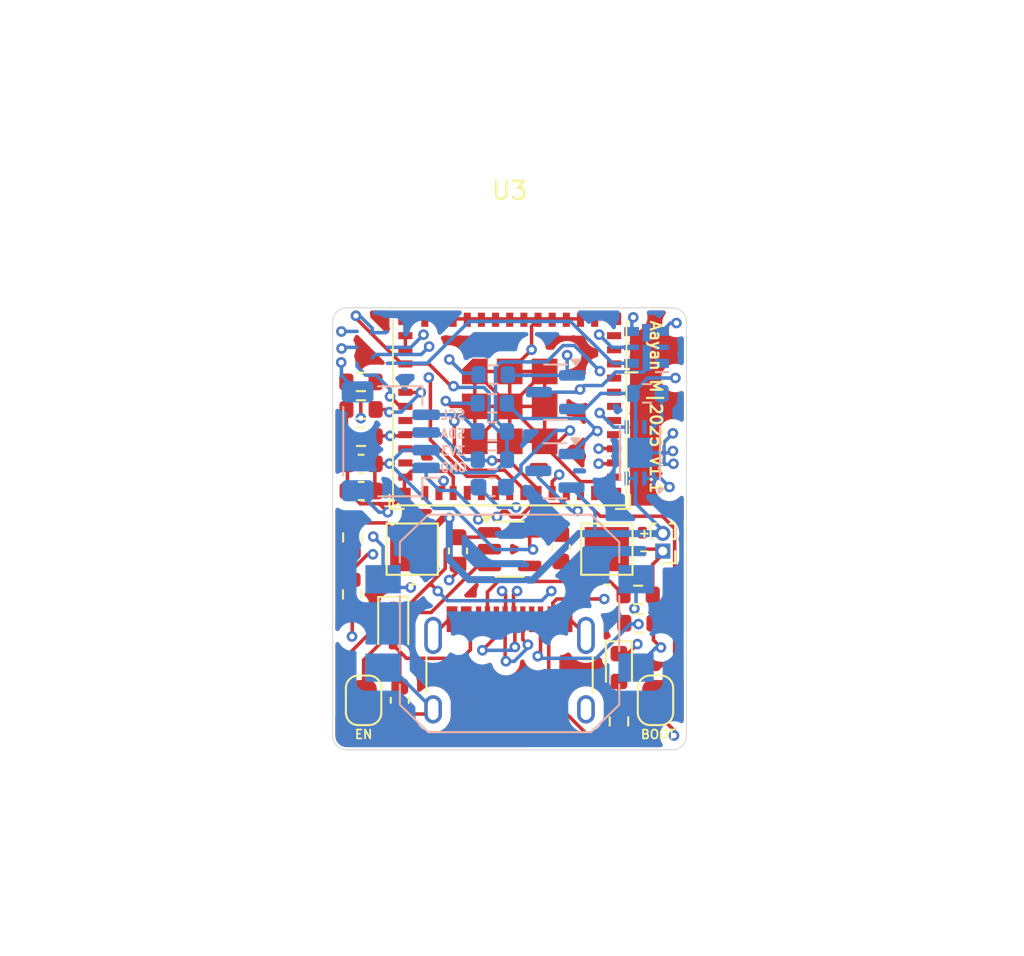
<source format=kicad_pcb>
(kicad_pcb (version 20240108) (generator "pcbnew") (generator_version "8.0")
  (layers (0 "F.Cu" signal) (1 "In1.Cu" signal) (2 "In2.Cu" signal) (31 "B.Cu" signal) (34 "B.Paste" user) (35 "F.Paste" user) (36 "B.SilkS" user "B.Silkscreen") (37 "F.SilkS" user "F.Silkscreen") (38 "B.Mask" user) (39 "F.Mask" user) (44 "Edge.Cuts" user))
  (net 0 "")
  (net 1 "GND")
  (net 2 "/USB")
  (net 3 "/VBUS")
  (net 4 "+3.3V")
  (net 5 "Net-(D3-K)")
  (net 6 "Net-(D3-A)")
  (net 7 "Net-(D4-CKO)")
  (net 8 "Net-(D4-SDO)")
  (net 9 "/SDI")
  (net 10 "/CKI")
  (net 13 "/IO1")
  (net 14 "/IO7")
  (net 15 "/D+")
  (net 16 "/D-")
  (net 17 "Net-(J1-CC2)")
  (net 20 "Net-(J1-CC1)")
  (net 21 "/IO9")
  (net 22 "/VBAT")
  (net 23 "Net-(U1-PROG)")
  (net 30 "Net-(U3-GPIO8)")
  (net 45 "/EN")
  (net 46 "Net-(U3-GPIO2{slash}ADC1_CH2)")
  (net 47 "/SCL")
  (net 48 "/SDA")
  (net 49 "/LDO_EN")
  (net 50 "Net-(D4-GND)")
  (footprint "Capacitor_SMD:C_0603_1608Metric" (layer "F.Cu") (at 182.1 83.9 -90)
    (property "Reference" "C2" (hide yes))
    (property "Value" "1u")
  )
  (footprint "Capacitor_SMD:C_0603_1608Metric" (layer "F.Cu") (at 187.91 83.72 -90)
    (property "Reference" "C3" (hide yes))
    (property "Value" "1u")
  )
  (footprint "Resistor_SMD:R_0603_1608Metric" (layer "F.Cu") (at 192.285 86.39 180)
    (property "Reference" "R2" (hide yes))
    (property "Value" "5.1K")
  )
  (footprint "Espressif:ESP32-C3-MINI-1" (layer "F.Cu") (at 185.025 73.025)
    (property "Reference" "U3")
    (property "Value" "ESP32-C3-MINI-1" (hide yes))
  )
  (footprint "Resistor_SMD:R_0603_1608Metric" (layer "F.Cu") (at 176.13 83.14 -90)
    (property "Reference" "R4" (hide yes))
    (property "Value" "91.66K")
  )
  (footprint "Resistor_SMD:R_0603_1608Metric" (layer "F.Cu") (at 176.62 75.9)
    (property "Reference" "R3" (hide yes))
    (property "Value" "10K")
  )
  (footprint "Resistor_SMD:R_0603_1608Metric" (layer "F.Cu") (at 191.2 93.545 -90)
    (property "Reference" "R8" (hide yes))
    (property "Value" "2K")
  )
  (footprint "Jumper:SolderJumper-2_P1.3mm_Open_RoundedPad1.0x1.5mm" (layer "F.Cu") (at 176.765 92.35 -90)
    (property "Reference" "JP2" (hide yes))
    (property "Value" "SolderJumper_2_Bridged")
  )
  (footprint "Resistor_SMD:R_0603_1608Metric" (layer "F.Cu") (at 192.325 87.99 180)
    (property "Reference" "R1" (hide yes))
    (property "Value" "5.1K")
  )
  (footprint "TestPoint:TestPoint_Pad_2.5x2.5mm" (layer "F.Cu") (at 190.515 83.8)
    (property "Reference" "TP2" (hide yes))
    (property "Value" "Bat-" (hide yes))
  )
  (footprint "Package_TO_SOT_SMD:SOT-23-5" (layer "F.Cu") (at 185.015 83.8)
    (property "Reference" "U2" (hide yes))
    (property "Value" "TLV75533PDBV" (hide yes))
  )
  (footprint "Capacitor_SMD:C_0603_1608Metric" (layer "F.Cu") (at 176.63 80.51 180)
    (property "Reference" "C5" (hide yes))
    (property "Value" "10u")
  )
  (footprint "LED_SMD:LED_0603_1608Metric" (layer "F.Cu") (at 191.2 90.4975 -90)
    (property "Reference" "D3" (hide yes))
    (property "Value" "LED-red")
  )
  (footprint "Resistor_SMD:R_0603_1608Metric" (layer "F.Cu") (at 176.12 86.36 -90)
    (property "Reference" "R5" (hide yes))
    (property "Value" "82.42K")
  )
  (footprint "Jumper:SolderJumper-2_P1.3mm_Open_RoundedPad1.0x1.5mm" (layer "F.Cu") (at 193.265 92.35 -90)
    (property "Reference" "JP1" (hide yes))
    (property "Value" "SolderJumper_2_Open" (hide yes))
  )
  (footprint "Diode_SMD:D_SOD-323F" (layer "F.Cu") (at 178.44 88.1225 -90)
    (property "Reference" "D8" (hide yes))
    (property "Value" "PMEG6010CEJ")
  )
  (footprint "Connector_PinHeader_1.00mm:PinHeader_1x02_P1.00mm_Vertical" (layer "F.Cu") (at 193.68 83.91 180)
    (property "Reference" "J2" (hide yes))
    (property "Value" "BAT#2" (hide yes))
  )
  (footprint "Capacitor_SMD:C_0603_1608Metric" (layer "F.Cu") (at 178.81 92.35 90)
    (property "Reference" "C1" (hide yes))
    (property "Value" "10u")
  )
  (footprint "Resistor_SMD:R_0603_1608Metric" (layer "F.Cu") (at 176.62 77.44 180)
    (property "Reference" "R10" (hide yes))
    (property "Value" "10K")
  )
  (footprint "Connector_USB:USB_C_Receptacle_HRO_TYPE-C-31-M-12" (layer "F.Cu") (at 185.015 91.81)
    (property "Reference" "J1" (hide yes))
    (property "Value" "USB_C_Receptacle_USB2.0_16P")
  )
  (footprint "Capacitor_SMD:C_0603_1608Metric" (layer "F.Cu") (at 176.625 78.97 180)
    (property "Reference" "C4" (hide yes))
    (property "Value" "0.1u")
  )
  (footprint "Resistor_SMD:R_0603_1608Metric" (layer "F.Cu") (at 176.615 74.34)
    (property "Reference" "R11" (hide yes))
    (property "Value" "10K")
  )
  (footprint "LED_SMD:LED-APA102-2020" (layer "F.Cu") (at 192.75 72.4)
    (property "Reference" "D4" (hide yes))
    (property "Value" "APA102-2020" (hide yes))
  )
  (footprint "TestPoint:TestPoint_Pad_2.5x2.5mm" (layer "F.Cu") (at 179.515 83.8)
    (property "Reference" "TP1" (hide yes))
    (property "Value" "Bat+" (hide yes))
  )
  (footprint "LED_SMD:LED-APA102-2020" (layer "B.Cu") (at 192.781 72.384 180)
    (property "Reference" "D5" (hide yes))
    (property "Value" "APA102-2020")
  )
  (footprint "Resistor_SMD:R_0603_1608Metric" (layer "B.Cu") (at 184.09 73.93 180)
    (property "Reference" "R9" (hide yes))
    (property "Value" "10K")
  )
  (footprint "Connector_JST:JST_SH_SM04B-SRSS-TB_1x04-1MP_P1.00mm_Horizontal" (layer "B.Cu") (at 178.3 77.7 90)
    (property "Reference" "J3" (hide yes))
    (property "Value" "QUIIC")
  )
  (footprint "Package_TO_SOT_SMD:SOT-23" (layer "B.Cu") (at 187.6125 74.92 180)
    (property "Reference" "Q2" (hide yes))
    (property "Value" "BSS138")
  )
  (footprint "Capacitor_SMD:C_0603_1608Metric" (layer "B.Cu") (at 184.035 80.29 180)
    (property "Reference" "C6" (hide yes))
    (property "Value" "0.1u")
  )
  (footprint "Button_Switch_SMD:SW_Push_1P1T_NO_CK_PTS125Sx43PSMTR" (layer "B.Cu") (at 185.015 88 180)
    (property "Reference" "SW1" (hide yes))
    (property "Value" "SW_Push")
  )
  (footprint "Resistor_SMD:R_0603_1608Metric" (layer "B.Cu") (at 184.04 77.14 180)
    (property "Reference" "R14" (hide yes))
    (property "Value" "10K")
  )
  (footprint "Package_TO_SOT_SMD:SOT-23" (layer "B.Cu") (at 187.58 79.37 180)
    (property "Reference" "Q1" (hide yes))
    (property "Value" "AO3401A" (hide yes))
  )
  (footprint "Package_DFN_QFN:DFN-8-1EP_3x2mm_P0.5mm_EP1.7x1.4mm" (layer "B.Cu") (at 192.3875 78.35 90)
    (property "Reference" "U1" (hide yes))
    (property "Value" "MCP73831-2-MC" (hide yes))
  )
  (footprint "Resistor_SMD:R_0603_1608Metric" (layer "B.Cu") (at 192.785 74.99 180)
    (property "Reference" "R7" (hide yes))
    (property "Value" "3.3K")
  )
  (footprint "Resistor_SMD:R_0603_1608Metric" (layer "B.Cu") (at 184.045 78.74 180)
    (property "Reference" "R15" (hide yes))
    (property "Value" "10K")
  )
  (footprint "Resistor_SMD:R_0603_1608Metric" (layer "B.Cu") (at 184.04 75.55)
    (property "Reference" "R6" (hide yes))
    (property "Value" "100K")
  )
  (gr_line (start 175.815 70.15) (end 194.215 70.15) (stroke (width 0.05)) (layer "Edge.Cuts"))
  (gr_line (start 195.015 70.95) (end 195.015 94.35) (stroke (width 0.05)) (layer "Edge.Cuts"))
  (gr_line (start 175.015 94.35) (end 175.015 70.95) (stroke (width 0.05)) (layer "Edge.Cuts"))
  (gr_arc (start 195.015 94.35) (mid 194.780685 94.915685) (end 194.215 95.15) (stroke (width 0.05)) (layer "Edge.Cuts"))
  (gr_line (start 194.215 95.15) (end 175.815 95.15) (stroke (width 0.05)) (layer "Edge.Cuts"))
  (gr_arc (start 175.015 70.95) (mid 175.249315 70.384315) (end 175.815 70.15) (stroke (width 0.05)) (layer "Edge.Cuts"))
  (gr_arc (start 194.215 70.15) (mid 194.780685 70.384315) (end 195.015 70.95) (stroke (width 0.05)) (layer "Edge.Cuts"))
  (gr_arc (start 175.815 95.15) (mid 175.249315 94.915685) (end 175.015 94.35) (stroke (width 0.05)) (layer "Edge.Cuts"))
  (gr_text "SCL" (at 182.58 76.5 0) (layer "B.SilkS") (effects (font (size 0.5 0.5) (thickness 0.1) (bold yes)) (justify left bottom mirror)))
  (gr_text "GND" (at 182.68 79.48 0) (layer "B.SilkS") (effects (font (size 0.5 0.5) (thickness 0.1) (bold yes)) (justify left bottom mirror)))
  (gr_text "SDA" (at 182.58 77.56 0) (layer "B.SilkS") (effects (font (size 0.5 0.5) (thickness 0.1) (bold yes)) (justify left bottom mirror)))
  (gr_text "3V3" (at 182.58 78.54 0) (layer "B.SilkS") (effects (font (size 0.5 0.5) (thickness 0.1) (bold yes)) (justify left bottom mirror)))
  (gr_text "Aayan M|2025 V1.1" (at 192.91 70.8 270) (layer "F.SilkS") (effects (font (size 0.65 0.65) (thickness 0.125) (bold yes)) (justify left bottom)))
  (gr_text "+" (at 192.26 83.18 0) (layer "F.SilkS") (effects (font (size 0.5 0.5) (thickness 0.1) (bold yes)) (justify left bottom)))
  (gr_text "EN" (at 176.21 94.57 0) (layer "F.SilkS") (effects (font (size 0.5 0.5) (thickness 0.1) (bold yes)) (justify left bottom)))
  (gr_text "+" (at 179.16 86.05 0) (layer "F.SilkS") (effects (font (size 0.5 0.5) (thickness 0.1) (bold yes)) (justify left bottom)))
  (gr_text "-" (at 190.165 86.05 0) (layer "F.SilkS") (effects (font (size 0.5 0.5) (thickness 0.1) (bold yes)) (justify left bottom)))
  (gr_text "-" (at 192.26 84.18 0) (layer "F.SilkS") (effects (font (size 0.5 0.5) (thickness 0.1) (bold yes)) (justify left bottom)))
  (gr_text "BOOT" (at 192.38 94.57 0) (layer "F.SilkS") (effects (font (size 0.5 0.5) (thickness 0.1) (bold yes)) (justify left bottom)))
  (segment (start 182.1 85.050166) (end 181.600083 85.550083) (width 0.2) (layer "F.Cu") (net 1))
  (segment (start 190.515 83.8) (end 193.73 83.8) (width 0.2) (layer "F.Cu") (net 1))
  (segment (start 182.1 84.675) (end 182.975 83.8) (width 0.2) (layer "F.Cu") (net 1))
  (segment (start 177.65 81.23) (end 178.13 81.71) (width 0.2) (layer "F.Cu") (net 1))
  (segment (start 179.075 79.775) (end 179.125 79.725) (width 0.2) (layer "F.Cu") (net 1))
  (segment (start 178.52 81.23) (end 179.075 80.675) (width 0.2) (layer "F.Cu") (net 1))
  (segment (start 185.03 73.75) (end 186.26 72.52) (width 0.2) (layer "F.Cu") (net 1))
  (segment (start 190.975 70.775) (end 179.075 70.775) (width 0.2) (layer "F.Cu") (net 1))
  (segment (start 182.29 73.75) (end 181.61 73.07) (width 0.2) (layer "F.Cu") (net 1))
  (segment (start 194.31 94.34) (end 194.31 94.045) (width 0.2) (layer "F.Cu") (net 1))
  (segment (start 175.85 80.505) (end 175.855 80.51) (width 0.2) (layer "F.Cu") (net 1))
  (segment (start 178.81 93.125) (end 180.43 93.125) (width 0.2) (layer "F.Cu") (net 1))
  (segment (start 179.458351 79.391649) (end 179.125 79.725) (width 0.2) (layer "F.Cu") (net 1))
  (segment (start 193.11 86.39) (end 193.11 84.66) (width 0.2) (layer "F.Cu") (net 1))
  (segment (start 189.02 79.98) (end 188.09 79.05) (width 0.2) (layer "F.Cu") (net 1))
  (segment (start 176.12 87.185) (end 176.12 88.73) (width 0.2) (layer "F.Cu") (net 1))
  (segment (start 182.975 83.8) (end 183.8775 83.8) (width 0.2) (layer "F.Cu") (net 1))
  (segment (start 193.15 87.99) (end 193.15 88.94) (width 0.2) (layer "F.Cu") (net 1))
  (segment (start 187 77.7) (end 187 77.96) (width 0.2) (layer "F.Cu") (net 1))
  (segment (start 187.82 77.7) (end 188.43 77.09) (width 0.2) (layer "F.Cu") (net 1))
  (segment (start 181.715 75.725) (end 181.41 75.42) (width 0.2) (layer "F.Cu") (net 1))
  (segment (start 183.05 73.75) (end 187 73.75) (width 0.2) (layer "F.Cu") (net 1))
  (segment (start 181.831061 80.618939) (end 181.831061 79.710902) (width 0.2) (layer "F.Cu") (net 1))
  (segment (start 181.61 87.765) (end 180.695 88.68) (width 0.2) (layer "F.Cu") (net 1))
  (segment (start 187 77.7) (end 183.05 77.7) (width 0.2) (layer "F.Cu") (net 1))
  (segment (start 179.075 80.675) (end 179.075 79.775) (width 0.2) (layer "F.Cu") (net 1))
  (segment (start 193.15 88.94) (end 193.57 89.36) (width 0.2) (layer "F.Cu") (net 1))
  (segment (start 182.1 84.675) (end 182.1 85.050166) (width 0.2) (layer "F.Cu") (net 1))
  (segment (start 187 73.75) (end 187 77.7) (width 0.2) (layer "F.Cu") (net 1))
  (segment (start 188.42 87.765) (end 189.335 88.68) (width 0.2) (layer "F.Cu") (net 1))
  (segment (start 181.511808 79.391649) (end 179.458351 79.391649) (width 0.2) (layer "F.Cu") (net 1))
  (segment (start 185.025 73.75) (end 185.03 73.75) (width 0.2) (layer "F.Cu") (net 1))
  (segment (start 181.831061 79.710902) (end 181.511808 79.391649) (width 0.2) (layer "F.Cu") (net 1))
  (segment (start 183.05 73.75) (end 187 77.7) (width 0.2) (layer "F.Cu") (net 1))
  (segment (start 180.43 93.125) (end 180.695 92.86) (width 0.2) (layer "F.Cu") (net 1))
  (segment (start 181.765 87.765) (end 181.61 87.765) (width 0.2) (layer "F.Cu") (net 1))
  (segment (start 187 77.96) (end 188.09 79.05) (width 0.2) (layer "F.Cu") (net 1))
  (segment (start 193.73 83.8) (end 193.85 83.92) (width 0.2) (layer "F.Cu") (net 1))
  (segment (start 193.15 87.99) (end 193.15 86.43) (width 0.2) (layer "F.Cu") (net 1))
  (segment (start 176.12 88.73) (end 176.11 88.74) (width 0.2) (layer "F.Cu") (net 1))
  (segment (start 190.27 79.98) (end 189.02 79.98) (width 0.2) (layer "F.Cu") (net 1))
  (segment (start 176.575 81.23) (end 177.61 81.23) (width 0.2) (layer "F.Cu") (net 1))
  (segment (start 193.15 86.43) (end 193.11 86.39) (width 0.2) (layer "F.Cu") (net 1))
  (segment (start 190.28 79.99) (end 190.27 79.98) (width 0.2) (layer "F.Cu") (net 1))
  (segment (start 186.26 71.19) (end 186.625 70.825) (width 0.2) (layer "F.Cu") (net 1))
  (segment (start 183.05 75.725) (end 187 75.725) (width 0.2) (layer "F.Cu") (net 1))
  (segment (start 179.125 72.525) (end 179.125 70.825) (width 0.2) (layer "F.Cu") (net 1))
  (segment (start 186.26 72.52) (end 186.26 71.19) (width 0.2) (layer "F.Cu") (net 1))
  (segment (start 175.85 78.97) (end 175.85 80.505) (width 0.2) (layer "F.Cu") (net 1))
  (segment (start 183.05 77.7) (end 183.05 73.75) (width 0.2) (layer "F.Cu") (net 1))
  (segment (start 177.61 81.23) (end 178.52 81.23) (width 0.2) (layer "F.Cu") (net 1))
  (segment (start 177.61 81.23) (end 177.65 81.23) (width 0.2) (layer "F.Cu") (net 1))
  (segment (start 187.91 84.495) (end 189.82 84.495) (width 0.2) (layer "F.Cu") (net 1))
  (segment (start 181.825 80.625) (end 181.831061 80.618939) (width 0.2) (layer "F.Cu") (net 1))
  (segment (start 183.05 73.75) (end 182.29 73.75) (width 0.2) (layer "F.Cu") (net 1))
  (segment (start 179.125 70.825) (end 179.075 70.775) (width 0.2) (layer "F.Cu") (net 1))
  (segment (start 190.28 80.53) (end 190.28 79.99) (width 0.2) (layer "F.Cu") (net 1))
  (segment (start 187 73.75) (end 183.05 77.7) (width 0.2) (layer "F.Cu") (net 1))
  (segment (start 188.265 87.765) (end 188.42 87.765) (width 0.2) (layer "F.Cu") (net 1))
  (segment (start 187 77.7) (end 187.82 77.7) (width 0.2) (layer "F.Cu") (net 1))
  (segment (start 185.025 73.75) (end 185.025 77.7) (width 0.2) (layer "F.Cu") (net 1))
  (segment (start 189.82 84.495) (end 190.515 83.8) (width 0.2) (layer "F.Cu") (net 1))
  (segment (start 194.31 94.045) (end 193.265 93) (width 0.2) (layer "F.Cu") (net 1))
  (segment (start 193.11 84.66) (end 193.85 83.92) (width 0.2) (layer "F.Cu") (net 1))
  (segment (start 175.855 80.51) (end 176.575 81.23) (width 0.2) (layer "F.Cu") (net 1))
  (segment (start 190.425 80.675) (end 190.28 80.53) (width 0.2) (layer "F.Cu") (net 1))
  (segment (start 183.05 75.725) (end 181.715 75.725) (width 0.2) (layer "F.Cu") (net 1))
  (segment (start 190.975 80.675) (end 190.425 80.675) (width 0.2) (layer "F.Cu") (net 1))
  (via (at 176.11 88.74) (size 0.6) (drill 0.3) (layers "F.Cu" "B.Cu") (net 1))
  (via (at 186.26 72.52) (size 0.6) (drill 0.3) (layers "F.Cu" "B.Cu") (net 1))
  (via (at 193.57 89.36) (size 0.6) (drill 0.3) (layers "F.Cu" "B.Cu") (net 1))
  (via (at 181.41 75.42) (size 0.6) (drill 0.3) (layers "F.Cu" "B.Cu") (net 1))
  (via (at 194.25 77.25) (size 0.6) (drill 0.3) (layers "F.Cu" "B.Cu") (net 1))
  (via (at 194.25 78.25) (size 0.6) (drill 0.3) (layers "F.Cu" "B.Cu") (net 1))
  (via (at 181.61 73.07) (size 0.6) (drill 0.3) (layers "F.Cu" "B.Cu") (net 1))
  (via (at 181.600083 85.550083) (size 0.6) (drill 0.3) (layers "F.Cu" "B.Cu") (net 1))
  (via (at 194.280747 78.969253) (size 0.6) (drill 0.3) (layers "F.Cu" "B.Cu") (net 1))
  (via (at 178.13 81.71) (size 0.6) (drill 0.3) (layers "F.Cu" "B.Cu") (net 1))
  (via (at 175.5 73.24) (size 0.6) (drill 0.3) (layers "F.Cu" "B.Cu") (net 1))
  (via (at 194.31 94.34) (size 0.6) (drill 0.3) (layers "F.Cu" "B.Cu") (net 1))
  (via (at 188.43 77.09) (size 0.6) (drill 0.3) (layers "F.Cu" "B.Cu") (net 1))
  (via (at 183.245853 82.117043) (size 0.6) (drill 0.3) (layers "F.Cu" "B.Cu") (net 1))
  (via (at 194.39 74.12) (size 0.6) (drill 0.3) (layers "F.Cu" "B.Cu") (net 1))
  (segment (start 188.55 75.87) (end 189.287499 75.87) (width 0.2) (layer "B.Cu") (net 1))
  (segment (start 192.9875 77.75) (end 192.3875 78.35) (width 0.2) (layer "B.Cu") (net 1))
  (segment (start 193.75 79) (end 193.75 78.35) (width 0.2) (layer "B.Cu") (net 1))
  (segment (start 176.425 80.5) (end 177.635 81.71) (width 0.2) (layer "B.Cu") (net 1))
  (segment (start 185.66 79.052228) (end 187.622228 77.09) (width 0.2) (layer "B.Cu") (net 1))
  (segment (start 193.75 78.35) (end 194.15 78.35) (width 0.2) (layer "B.Cu") (net 1))
  (segment (start 183.245853 81.815853) (end 183.245853 82.117043) (width 0.2) (layer "B.Cu") (net 1))
  (segment (start 180.3 79.721335) (end 181.060314 80.481649) (width 0.2) (layer "B.Cu") (net 1))
  (segment (start 184.81 80.29) (end 185.66 79.44) (width 0.2) (layer "B.Cu") (net 1))
  (segment (start 177.635 81.71) (end 178.13 81.71) (width 0.2) (layer "B.Cu") (net 1))
  (segment (start 193.75 77.75) (end 194.25 77.25) (width 0.2) (layer "B.Cu") (net 1))
  (segment (start 185.66 79.44) (end 185.66 79.052228) (width 0.2) (layer "B.Cu") (net 1))
  (segment (start 192.3875 78.35) (end 193.75 78.35) (width 0.2) (layer "B.Cu") (net 1))
  (segment (start 177.865 90.5) (end 178.335 90.5) (width 0.2) (layer "B.Cu") (net 1))
  (segment (start 181.868351 80.481649) (end 181.89 80.46) (width 0.2) (layer "B.Cu") (net 1))
  (segment (start 189.287499 75.87) (end 190.167499 74.99) (width 0.2) (layer "B.Cu") (net 1))
  (segment (start 193.57 89.36) (end 193.305 89.36) (width 0.2) (layer "B.Cu") (net 1))
  (segment (start 192.1375 75.1675) (end 191.96 74.99) (width 0.2) (layer "B.Cu") (net 1))
  (segment (start 190.167499 74.99) (end 191.96 74.99) (width 0.2) (layer "B.Cu") (net 1))
  (segment (start 176.425 74.9) (end 175.51 73.985) (width 0.2) (layer "B.Cu") (net 1))
  (segment (start 181.54 75.55) (end 181.41 75.42) (width 0.2) (layer "B.Cu") (net 1))
  (segment (start 178.335 90.5) (end 180.695 92.86) (width 0.2) (layer "B.Cu") (net 1))
  (segment (start 194.15 78.35) (end 194.25 78.25) (width 0.2) (layer "B.Cu") (net 1))
  (segment (start 192.83 74.12) (end 194.39 74.12) (width 0.2) (layer "B.Cu") (net 1))
  (segment (start 192.1375 78.1) (end 192.1375 76.9) (width 0.2) (layer "B.Cu") (net 1))
  (segment (start 193.75 77.75) (end 192.9875 77.75) (width 0.2) (layer "B.Cu") (net 1))
  (segment (start 181.060314 80.481649) (end 181.868351 80.481649) (width 0.2) (layer "B.Cu") (net 1))
  (segment (start 193.75 77.75) (end 193.75 78.35) (width 0.2) (layer "B.Cu") (net 1))
  (segment (start 194.25 79) (end 194.280747 78.969253) (width 0.2) (layer "B.Cu") (net 1))
  (segment (start 193.0375 79) (end 193.75 79) (width 0.2) (layer "B.Cu") (net 1))
  (segment (start 175.51 73.985) (end 175.51 73.25) (width 0.2) (layer "B.Cu") (net 1))
  (segment (start 192.3875 78.35) (end 192.1375 78.1) (width 0.2) (layer "B.Cu") (net 1))
  (segment (start 193.305 89.36) (end 192.165 90.5) (width 0.2) (layer "B.Cu") (net 1))
  (segment (start 193.75 79) (end 194.25 79) (width 0.2) (layer "B.Cu") (net 1))
  (segment (start 192.3875 78.35) (end 193.0375 79) (width 0.2) (layer "B.Cu") (net 1))
  (segment (start 180.3 79.2) (end 180.3 79.721335) (width 0.2) (layer "B.Cu") (net 1))
  (segment (start 183.215 75.55) (end 181.54 75.55) (width 0.2) (layer "B.Cu") (net 1))
  (segment (start 181.89 80.46) (end 183.245853 81.815853) (width 0.2) (layer "B.Cu") (net 1))
  (segment (start 191.96 74.99) (end 192.83 74.12) (width 0.2) (layer "B.Cu") (net 1))
  (segment (start 192.1375 76.9) (end 192.1375 75.1675) (width 0.2) (layer "B.Cu") (net 1))
  (segment (start 175.51 73.25) (end 175.5 73.24) (width 0.2) (layer "B.Cu") (net 1))
  (segment (start 187.622228 77.09) (end 188.43 77.09) (width 0.2) (layer "B.Cu") (net 1))
  (segment (start 182.39 73.85) (end 181.61 73.07) (width 0.2) (layer "B.Cu") (net 1))
  (segment (start 183.17 73.85) (end 182.39 73.85) (width 0.2) (layer "B.Cu") (net 1))
  (segment (start 187.23 92.108589) (end 186.861089 92.4775) (width 0.2) (layer "F.Cu") (net 2))
  (segment (start 189.491411 94.37) (end 191.2 94.37) (width 0.2) (layer "F.Cu") (net 2))
  (segment (start 187.465 87.765) (end 187.23 88) (width 0.2) (layer "F.Cu") (net 2))
  (segment (start 179.1925 89.975) (end 182.315 89.975) (width 0.2) (layer "F.Cu") (net 2))
  (segment (start 187.465 87.765) (end 187.465 86.84) (width 0.2) (layer "F.Cu") (net 2))
  (segment (start 184.6925 92.4775) (end 186.585 94.37) (width 0.2) (layer "F.Cu") (net 2))
  (segment (start 182.19 89.975) (end 184.6925 92.4775) (width 0.2) (layer "F.Cu") (net 2))
  (segment (start 187.686123 86.618877) (end 190.37 86.618877) (width 0.2) (layer "F.Cu") (net 2))
  (segment (start 182.19 89.975) (end 182.315 89.975) (width 0.2) (layer "F.Cu") (net 2))
  (segment (start 186.585 94.37) (end 191.2 94.37) (width 0.2) (layer "F.Cu") (net 2))
  (segment (start 178.81 91.575) (end 178.81 89.71) (width 0.2) (layer "F.Cu") (net 2))
  (segment (start 187.23 92.108589) (end 189.491411 94.37) (width 0.2) (layer "F.Cu") (net 2))
  (segment (start 178.81 89.71) (end 178.86875 89.65125) (width 0.2) (layer "F.Cu") (net 2))
  (segment (start 182.8 89.49) (end 182.8 88) (width 0.2) (layer "F.Cu") (net 2))
  (segment (start 178.86875 89.65125) (end 179.1925 89.975) (width 0.2) (layer "F.Cu") (net 2))
  (segment (start 182.8 88) (end 182.565 87.765) (width 0.2) (layer "F.Cu") (net 2))
  (segment (start 186.861089 92.4775) (end 184.6925 92.4775) (width 0.2) (layer "F.Cu") (net 2))
  (segment (start 182.315 89.975) (end 182.8 89.49) (width 0.2) (layer "F.Cu") (net 2))
  (segment (start 187.465 86.84) (end 187.686123 86.618877) (width 0.2) (layer "F.Cu") (net 2))
  (segment (start 178.44 89.2225) (end 178.86875 89.65125) (width 0.2) (layer "F.Cu") (net 2))
  (segment (start 187.23 88) (end 187.23 92.108589) (width 0.2) (layer "F.Cu") (net 2))
  (via (at 190.37 86.618877) (size 0.6) (drill 0.3) (layers "F.Cu" "B.Cu") (net 2))
  (via (at 194.055 80.285) (size 0.6) (drill 0.3) (layers "F.Cu" "B.Cu") (net 2))
  (via (at 189.98 77.12) (size 0.6) (drill 0.3) (layers "F.Cu" "B.Cu") (net 2))
  (segment (start 189.275 76.415) (end 189.98 77.12) (width 0.2) (layer "B.Cu") (net 2))
  (segment (start 184.865 75.55) (end 185.73 76.415) (width 0.2) (layer "B.Cu") (net 2))
  (segment (start 189.8175 77.12) (end 189.98 77.12) (width 0.2) (layer "B.Cu") (net 2))
  (segment (start 192.6375 79.8) (end 193.57 79.8) (width 0.2) (layer "B.Cu") (net 2))
  (segment (start 193.57 79.8) (end 194.055 80.285) (width 0.2) (layer "B.Cu") (net 2))
  (segment (start 188.5175 78.42) (end 189.8175 77.12) (width 0.2) (layer "B.Cu") (net 2))
  (segment (start 185.73 76.415) (end 189.275 76.415) (width 0.2) (layer "B.Cu") (net 2))
  (segment (start 175.765 92.755) (end 175.765 89.895) (width 0.2) (layer "F.Cu") (net 3))
  (segment (start 178.44 87.0225) (end 179.258247 87.0225) (width 0.2) (layer "F.Cu") (net 3))
  (segment (start 178.44 87.22) (end 178.44 87.0225) (width 0.2) (layer "F.Cu") (net 3))
  (segment (start 176.01 93) (end 175.765 92.755) (width 0.2) (layer "F.Cu") (net 3))
  (segment (start 180.450373 85.830373) (end 180.620373 85.830373) (width 0.2) (layer "F.Cu") (net 3))
  (segment (start 180.450373 85.830373) (end 181.38 84.900747) (width 0.2) (layer "F.Cu") (net 3))
  (segment (start 181.38 83.845) (end 182.1 83.125) (width 0.2) (layer "F.Cu") (net 3))
  (segment (start 180.620373 85.830373) (end 180.96 86.17) (width 0.2) (layer "F.Cu") (net 3))
  (segment (start 175.765 89.895) (end 178.44 87.22) (width 0.2) (layer "F.Cu") (net 3))
  (segment (start 183.6025 83.125) (end 183.8775 82.85) (width 0.2) (layer "F.Cu") (net 3))
  (segment (start 182.1 83.125) (end 183.6025 83.125) (width 0.2) (layer "F.Cu") (net 3))
  (segment (start 179.258247 87.0225) (end 180.450373 85.830373) (width 0.2) (layer "F.Cu") (net 3))
  (segment (start 181.38 84.900747) (end 181.38 83.845) (width 0.2) (layer "F.Cu") (net 3))
  (segment (start 176.765 93) (end 176.01 93) (width 0.2) (layer "F.Cu") (net 3))
  (via (at 180.96 86.17) (size 0.6) (drill 0.3) (layers "F.Cu" "B.Cu") (net 3))
  (via (at 188.87 81.63) (size 0.6) (drill 0.3) (layers "F.Cu" "B.Cu") (net 3))
  (via (at 187.376463 86.170394) (size 0.6) (drill 0.3) (layers "F.Cu" "B.Cu") (net 3))
  (segment (start 181.504998 86.714998) (end 186.831859 86.714998) (width 0.2) (layer "B.Cu") (net 3))
  (segment (start 188.87 81.63) (end 188.527228 81.63) (width 0.2) (layer "B.Cu") (net 3))
  (segment (start 188.527228 81.63) (end 186.6425 79.745272) (width 0.2) (layer "B.Cu") (net 3))
  (segment (start 186.6425 79.745272) (end 186.6425 79.37) (width 0.2) (layer "B.Cu") (net 3))
  (segment (start 180.96 86.17) (end 181.504998 86.714998) (width 0.2) (layer "B.Cu") (net 3))
  (segment (start 186.831859 86.714998) (end 187.376463 86.170394) (width 0.2) (layer "B.Cu") (net 3))
  (segment (start 175.795 74.345) (end 175.79 74.34) (width 0.2) (layer "F.Cu") (net 4))
  (segment (start 175.795 75.9) (end 175.795 74.345) (width 0.2) (layer "F.Cu") (net 4))
  (segment (start 178.925 73.325) (end 179.125 73.325) (width 0.2) (layer "F.Cu") (net 4))
  (segment (start 186.1525 82.85) (end 186.1525 83.6325) (width 0.2) (layer "F.Cu") (net 4))
  (segment (start 177.4 78.97) (end 177.4 80.505) (width 0.2) (layer "F.Cu") (net 4))
  (segment (start 187.91 82.945) (end 186.2475 82.945) (width 0.2) (layer "F.Cu") (net 4))
  (segment (start 175.795 77.44) (end 175.87 77.44) (width 0.2) (layer "F.Cu") (net 4))
  (segment (start 176.33 70.6) (end 176.33 70.73) (width 0.2) (layer "F.Cu") (net 4))
  (segment (start 179.125 73.325) (end 180.455747 73.325) (width 0.2) (layer "F.Cu") (net 4))
  (segment (start 177.4 80.505) (end 177.405 80.51) (width 0.2) (layer "F.Cu") (net 4))
  (segment (start 181.710747 74.58) (end 181.85 74.58) (width 0.2) (layer "F.Cu") (net 4))
  (segment (start 175.87 77.44) (end 177.4 78.97) (width 0.2) (layer "F.Cu") (net 4))
  (segment (start 177.41 78.96) (end 177.4 78.97) (width 0.2) (layer "F.Cu") (net 4))
  (segment (start 175.795 75.9) (end 175.795 77.44) (width 0.2) (layer "F.Cu") (net 4))
  (segment (start 176.33 70.73) (end 178.925 73.325) (width 0.2) (layer "F.Cu") (net 4))
  (segment (start 186.2475 82.945) (end 186.1525 82.85) (width 0.2) (layer "F.Cu") (net 4))
  (segment (start 178.23 78.96) (end 177.41 78.96) (width 0.2) (layer "F.Cu") (net 4))
  (segment (start 180.455747 73.325) (end 181.710747 74.58) (width 0.2) (layer "F.Cu") (net 4))
  (segment (start 186.1525 83.6325) (end 186.34 83.82) (width 0.2) (layer "F.Cu") (net 4))
  (via (at 186.34 83.82) (size 0.6) (drill 0.3) (layers "F.Cu" "B.Cu") (net 4))
  (via (at 176.33 70.6) (size 0.6) (drill 0.3) (layers "F.Cu" "B.Cu") (net 4))
  (via (at 178.23 78.96) (size 0.6) (drill 0.3) (layers "F.Cu" "B.Cu") (net 4))
  (via (at 181.85 74.58) (size 0.6) (drill 0.3) (layers "F.Cu" "B.Cu") (net 4))
  (via (at 194.45 71.01) (size 0.6) (drill 0.3) (layers "F.Cu" "B.Cu") (net 4))
  (via (at 190.125537 73.7289) (size 0.6) (drill 0.3) (layers "F.Cu" "B.Cu") (net 4))
  (segment (start 180.637772 78.2) (end 180.3 78.2) (width 0.2) (layer "B.Cu") (net 4))
  (segment (start 178.029 71.554) (end 178.099 71.484) (width 0.2) (layer "B.Cu") (net 4))
  (segment (start 188.044253 72.285) (end 188.681637 72.285) (width 0.2) (layer "B.Cu") (net 4))
  (segment (start 184.87 77.145) (end 184.865 77.14) (width 0.2) (layer "B.Cu") (net 4))
  (segment (start 192.781 71.554) (end 193.561 71.554) (width 0.2) (layer "B.Cu") (net 4))
  (segment (start 180.3 78.2) (end 178.99 78.2) (width 0.2) (layer "B.Cu") (net 4))
  (segment (start 187.119253 73.21) (end 188.044253 72.285) (width 0.2) (layer "B.Cu") (net 4))
  (segment (start 176.33 70.6) (end 176.545 70.6) (width 0.2) (layer "B.Cu") (net 4))
  (segment (start 193.561 71.554) (end 193.631 71.484) (width 0.2) (layer "B.Cu") (net 4))
  (segment (start 184.22 76.495) (end 184.22 73.515132) (width 0.2) (layer "B.Cu") (net 4))
  (segment (start 184.525132 73.21) (end 187.119253 73.21) (width 0.2) (layer "B.Cu") (net 4))
  (segment (start 181.92 74.65) (end 181.85 74.58) (width 0.2) (layer "B.Cu") (net 4))
  (segment (start 177.249 71.304) (end 177.249 71.554) (width 0.2) (layer "B.Cu") (net 4))
  (segment (start 184.865 77.14) (end 184.22 76.495) (width 0.2) (layer "B.Cu") (net 4))
  (segment (start 184.865 77.14) (end 184.41 77.14) (width 0.2) (layer "B.Cu") (net 4))
  (segment (start 178.99 78.2) (end 178.23 78.96) (width 0.2) (layer "B.Cu") (net 4))
  (segment (start 183.56 74.65) (end 181.92 74.65) (width 0.2) (layer "B.Cu") (net 4))
  (segment (start 183.86 76.59) (end 184.41 77.14) (width 0.2) (layer "B.Cu") (net 4))
  (segment (start 184.22 73.515132) (end 184.525132 73.21) (width 0.2) (layer "B.Cu") (net 4))
  (segment (start 184.87 78.74) (end 184.15 79.46) (width 0.2) (layer "B.Cu") (net 4))
  (segment (start 176.545 70.6) (end 177.249 71.304) (width 0.2) (layer "B.Cu") (net 4))
  (segment (start 183.56 74.65) (end 183.86 74.95) (width 0.2) (layer "B.Cu") (net 4))
  (segment (start 188.681637 72.285) (end 190.125537 73.7289) (width 0.2) (layer "B.Cu") (net 4))
  (segment (start 180.765 81.495) (end 181.853063 81.495) (width 0.2) (layer "B.Cu") (net 4))
  (segment (start 194.105 71.01) (end 193.631 71.484) (width 0.2) (layer "B.Cu") (net 4))
  (segment (start 181.897772 79.46) (end 180.637772 78.2) (width 0.2) (layer "B.Cu") (net 4))
  (segment (start 181.853063 81.495) (end 184.178063 83.82) (width 0.2) (layer "B.Cu") (net 4))
  (segment (start 194.45 71.01) (end 194.105 71.01) (width 0.2) (layer "B.Cu") (net 4))
  (segment (start 177.249 71.554) (end 178.029 71.554) (width 0.2) (layer "B.Cu") (net 4))
  (segment (start 184.178063 83.82) (end 186.34 83.82) (width 0.2) (layer "B.Cu") (net 4))
  (segment (start 178.23 78.96) (end 180.765 81.495) (width 0.2) (layer "B.Cu") (net 4))
  (segment (start 184.87 78.74) (end 184.87 77.145) (width 0.2) (layer "B.Cu") (net 4))
  (segment (start 184.15 79.46) (end 181.897772 79.46) (width 0.2) (layer "B.Cu") (net 4))
  (segment (start 183.86 74.95) (end 183.86 76.59) (width 0.2) (layer "B.Cu") (net 4))
  (segment (start 191.7 89.71) (end 192.24 89.17) (width 0.2) (layer "F.Cu") (net 5))
  (segment (start 191.2 89.71) (end 191.7 89.71) (width 0.2) (layer "F.Cu") (net 5))
  (via (at 190.108411 76.097537) (size 0.6) (drill 0.3) (layers "F.Cu" "B.Cu") (net 5))
  (via (at 192.24 89.17) (size 0.6) (drill 0.3) (layers "F.Cu" "B.Cu") (net 5))
  (segment (start 191.6375 76.9) (end 190.910874 76.9) (width 0.2) (layer "B.Cu") (net 5))
  (segment (start 190.910874 76.9) (end 190.108411 76.097537) (width 0.2) (layer "B.Cu") (net 5))
  (segment (start 191.2 91.285) (end 191.2 92.72) (width 0.2) (layer "F.Cu") (net 6))
  (via (at 190.079998 71.66659) (size 0.6) (drill 0.3) (layers "F.Cu" "B.Cu") (net 7))
  (via (at 180.15 71.670002) (size 0.6) (drill 0.3) (layers "F.Cu" "B.Cu") (net 7))
  (segment (start 179.436002 72.384) (end 178.099 72.384) (width 0.2) (layer "B.Cu") (net 7))
  (segment (start 190.797408 72.384) (end 190.079998 71.66659) (width 0.2) (layer "B.Cu") (net 7))
  (segment (start 191.931 72.384) (end 190.797408 72.384) (width 0.2) (layer "B.Cu") (net 7))
  (segment (start 180.15 71.670002) (end 179.436002 72.384) (width 0.2) (layer "B.Cu") (net 7))
  (segment (start 180.360934 73.284) (end 178.099 73.284) (width 0.2) (layer "B.Cu") (net 8))
  (segment (start 189.515 71.975) (end 188.46 70.92) (width 0.2) (layer "B.Cu") (net 8))
  (segment (start 190.843998 73.284) (end 189.534998 71.975) (width 0.2) (layer "B.Cu") (net 8))
  (segment (start 188.46 70.92) (end 182.724934 70.92) (width 0.2) (layer "B.Cu") (net 8))
  (segment (start 191.931 73.284) (end 190.843998 73.284) (width 0.2) (layer "B.Cu") (net 8))
  (segment (start 182.724934 70.92) (end 180.360934 73.284) (width 0.2) (layer "B.Cu") (net 8))
  (segment (start 189.534998 71.975) (end 189.515 71.975) (width 0.2) (layer "B.Cu") (net 8))
  (segment (start 179.125 75.725) (end 178.825 75.725) (width 0.2) (layer "F.Cu") (net 9))
  (segment (start 178.825 75.725) (end 178.26 75.16) (width 0.2) (layer "F.Cu") (net 9))
  (via (at 178.26 75.16) (size 0.6) (drill 0.3) (layers "F.Cu" "B.Cu") (net 9))
  (segment (start 176.889 73.959) (end 176.399 73.469) (width 0.2) (layer "B.Cu") (net 9))
  (segment (start 178.26 74.75) (end 177.469 73.959) (width 0.2) (layer "B.Cu") (net 9))
  (segment (start 176.399 73.469) (end 176.399 73.284) (width 0.2) (layer "B.Cu") (net 9))
  (segment (start 177.469 73.959) (end 176.889 73.959) (width 0.2) (layer "B.Cu") (net 9))
  (segment (start 178.26 75.16) (end 178.26 74.75) (width 0.2) (layer "B.Cu") (net 9))
  (segment (start 184.283137 79.683137) (end 182.605233 79.683137) (width 0.2) (layer "F.Cu") (net 10))
  (segment (start 185.025 80.625) (end 185.025 80.425) (width 0.2) (layer "F.Cu") (net 10))
  (segment (start 182.605233 79.683137) (end 180.54 77.617904) (width 0.2) (layer "F.Cu") (net 10))
  (segment (start 185.025 80.425) (end 184.283137 79.683137) (width 0.2) (layer "F.Cu") (net 10))
  (segment (start 180.54 77.617904) (end 180.54 74.18) (width 0.2) (layer "F.Cu") (net 10))
  (segment (start 180.54 74.18) (end 180.45 74.09) (width 0.2) (layer "F.Cu") (net 10))
  (via (at 180.45 74.09) (size 0.6) (drill 0.3) (layers "F.Cu" "B.Cu") (net 10))
  (via (at 175.52 72.45) (size 0.6) (drill 0.3) (layers "F.Cu" "B.Cu") (net 10))
  (segment (start 176.399 72.384) (end 175.586 72.384) (width 0.2) (layer "B.Cu") (net 10))
  (segment (start 175.586 72.384) (end 175.52 72.45) (width 0.2) (layer "B.Cu") (net 10))
  (segment (start 181.286059 79.936649) (end 181.286059 80.363941) (width 0.2) (layer "F.Cu") (net 13))
  (segment (start 177 84.09) (end 177.29 84.09) (width 0.2) (layer "F.Cu") (net 13))
  (segment (start 176.13 83.965) (end 176.13 84.7) (width 0.2) (layer "F.Cu") (net 13))
  (segment (start 176.13 84.7) (end 176.13 84.96) (width 0.2) (layer "F.Cu") (net 13))
  (segment (start 176.13 84.96) (end 176.13 85.525) (width 0.2) (layer "F.Cu") (net 13))
  (segment (start 176.13 84.96) (end 177 84.09) (width 0.2) (layer "F.Cu") (net 13))
  (segment (start 181.286059 80.363941) (end 181.025 80.625) (width 0.2) (layer "F.Cu") (net 13))
  (segment (start 176.13 85.525) (end 176.12 85.535) (width 0.2) (layer "F.Cu") (net 13))
  (via (at 177.29 84.09) (size 0.6) (drill 0.3) (layers "F.Cu" "B.Cu") (net 13))
  (via (at 181.286059 79.936649) (size 0.6) (drill 0.3) (layers "F.Cu" "B.Cu") (net 13))
  (segment (start 187.425 80.625) (end 187.425 79.981971) (width 0.2) (layer "F.Cu") (net 14))
  (segment (start 187.425 79.981971) (end 187.822181 79.58479) (width 0.2) (layer "F.Cu") (net 14))
  (via (at 188.27 72.83) (size 0.6) (drill 0.3) (layers "F.Cu" "B.Cu") (net 14))
  (via (at 187.822181 79.58479) (size 0.6) (drill 0.3) (layers "F.Cu" "B.Cu") (net 14))
  (segment (start 188.27 72.83) (end 188.27 73.69) (width 0.2) (layer "B.Cu") (net 14))
  (segment (start 184.955 73.97) (end 184.915 73.93) (width 0.2) (layer "B.Cu") (net 14))
  (segment (start 188.55 73.97) (end 184.955 73.97) (width 0.2) (layer "B.Cu") (net 14))
  (segment (start 188.27 73.69) (end 188.55 73.97) (width 0.2) (layer "B.Cu") (net 14))
  (segment (start 190.05 78.115) (end 190.915 78.115) (width 0.2) (layer "F.Cu") (net 15))
  (segment (start 190.915 78.115) (end 190.925 78.125) (width 0.2) (layer "F.Cu") (net 15))
  (segment (start 184.765 90.095) (end 184.81 90.14) (width 0.2) (layer "F.Cu") (net 15))
  (segment (start 184.789999 86.369997) (end 184.59 86.169998) (width 0.2) (layer "F.Cu") (net 15))
  (segment (start 184.765 87.765) (end 184.789999 87.740001) (width 0.2) (layer "F.Cu") (net 15))
  (segment (start 185.765 88.91296) (end 185.765 87.765) (width 0.2) (layer "F.Cu") (net 15))
  (segment (start 184.789999 87.740001) (end 184.789999 86.369997) (width 0.2) (layer "F.Cu") (net 15))
  (segment (start 186.053899 89.201859) (end 185.765 88.91296) (width 0.2) (layer "F.Cu") (net 15))
  (segment (start 184.765 87.765) (end 184.765 90.095) (width 0.2) (layer "F.Cu") (net 15))
  (via (at 190.05 78.115) (size 0.6) (drill 0.3) (layers "F.Cu" "B.Cu") (net 15))
  (via (at 184.59 86.169998) (size 0.6) (drill 0.3) (layers "F.Cu" "B.Cu") (net 15))
  (via (at 184.81 90.14) (size 0.6) (drill 0.3) (layers "F.Cu" "B.Cu") (net 15))
  (via (at 186.053899 89.201859) (size 0.6) (drill 0.3) (layers "F.Cu" "B.Cu") (net 15))
  (segment (start 186.053899 89.366848) (end 186.053899 89.201859) (width 0.2) (layer "B.Cu") (net 15))
  (segment (start 185.280747 90.14) (end 186.053899 89.366848) (width 0.2) (layer "B.Cu") (net 15))
  (segment (start 184.81 90.14) (end 185.280747 90.14) (width 0.2) (layer "B.Cu") (net 15))
  (segment (start 185.265 87.765) (end 185.240001 87.740001) (width 0.2) (layer "F.Cu") (net 16))
  (segment (start 190.885 78.965) (end 190.925 78.925) (width 0.2) (layer "F.Cu") (net 16))
  (segment (start 185.315 87.815) (end 185.265 87.765) (width 0.2) (layer "F.Cu") (net 16))
  (segment (start 185.240001 87.740001) (end 185.240001 86.369997) (width 0.2) (layer "F.Cu") (net 16))
  (segment (start 185.315 89.335) (end 185.315 87.815) (width 0.2) (layer "F.Cu") (net 16))
  (segment (start 184.265 88.735) (end 183.48 89.52) (width 0.2) (layer "F.Cu") (net 16))
  (segment (start 190.05 78.965) (end 190.885 78.965) (width 0.2) (layer "F.Cu") (net 16))
  (segment (start 184.265 87.765) (end 184.265 88.735) (width 0.2) (layer "F.Cu") (net 16))
  (segment (start 185.240001 86.369997) (end 185.44 86.169998) (width 0.2) (layer "F.Cu") (net 16))
  (via (at 185.315 89.335) (size 0.6) (drill 0.3) (layers "F.Cu" "B.Cu") (net 16))
  (via (at 185.44 86.169998) (size 0.6) (drill 0.3) (layers "F.Cu" "B.Cu") (net 16))
  (via (at 190.05 78.965) (size 0.6) (drill 0.3) (layers "F.Cu" "B.Cu") (net 16))
  (via (at 183.48 89.52) (size 0.6) (drill 0.3) (layers "F.Cu" "B.Cu") (net 16))
  (segment (start 183.48 89.52) (end 185.13 89.52) (width 0.2) (layer "B.Cu") (net 16))
  (segment (start 185.13 89.52) (end 185.315 89.335) (width 0.2) (layer "B.Cu") (net 16))
  (segment (start 191.55 88.04) (end 191.5 87.99) (width 0.2) (layer "F.Cu") (net 17))
  (segment (start 186.765 87.765) (end 186.765 89.695) (width 0.2) (layer "F.Cu") (net 17))
  (segment (start 186.765 89.695) (end 186.61 89.85) (width 0.2) (layer "F.Cu") (net 17))
  (segment (start 192.305 88.04) (end 191.55 88.04) (width 0.2) (layer "F.Cu") (net 17))
  (via (at 186.61 89.85) (size 0.6) (drill 0.3) (layers "F.Cu" "B.Cu") (net 17))
  (via (at 192.305 88.04) (size 0.6) (drill 0.3) (layers "F.Cu" "B.Cu") (net 17))
  (segment (start 189.905 89.975) (end 191.84 88.04) (width 0.2) (layer "B.Cu") (net 17))
  (segment (start 191.84 88.04) (end 192.305 88.04) (width 0.2) (layer "B.Cu") (net 17))
  (segment (start 186.61 89.85) (end 186.735 89.975) (width 0.2) (layer "B.Cu") (net 17))
  (segment (start 186.735 89.975) (end 189.905 89.975) (width 0.2) (layer "B.Cu") (net 17))
  (segment (start 190.694998 85.624998) (end 184.364253 85.624998) (width 0.2) (layer "F.Cu") (net 20))
  (segment (start 184.364253 85.624998) (end 183.765 86.224251) (width 0.2) (layer "F.Cu") (net 20))
  (segment (start 183.765 86.224251) (end 183.765 87.765) (width 0.2) (layer "F.Cu") (net 20))
  (segment (start 191.46 86.39) (end 190.694998 85.624998) (width 0.2) (layer "F.Cu") (net 20))
  (segment (start 190.137096 81.937096) (end 189.025 80.825) (width 0.2) (layer "F.Cu") (net 21))
  (segment (start 193.65462 81.937096) (end 190.137096 81.937096) (width 0.2) (layer "F.Cu") (net 21))
  (segment (start 189.025 80.825) (end 189.025 80.625) (width 0.2) (layer "F.Cu") (net 21))
  (segment (start 193.265 91.7) (end 194.35 90.615) (width 0.2) (layer "F.Cu") (net 21))
  (segment (start 194.35 82.632476) (end 193.65462 81.937096) (width 0.2) (layer "F.Cu") (net 21))
  (segment (start 194.35 90.615) (end 194.35 82.632476) (width 0.2) (layer "F.Cu") (net 21))
  (segment (start 181.275 82.04) (end 179.515 83.8) (width 0.4) (layer "F.Cu") (net 22))
  (segment (start 178.03 82.315) (end 179.515 83.8) (width 0.2) (layer "F.Cu") (net 22))
  (segment (start 181.61 82.04) (end 181.275 82.04) (width 0.4) (layer "F.Cu") (net 22))
  (segment (start 176.13 82.315) (end 178.03 82.315) (width 0.2) (layer "F.Cu") (net 22))
  (via (at 181.61 82.04) (size 0.6) (drill 0.3) (layers "F.Cu" "B.Cu") (net 22))
  (segment (start 186.1 85.55) (end 186.074998 85.524998) (width 0.4) (layer "B.Cu") (net 22))
  (segment (start 186.30783 85.55) (end 186.1 85.55) (width 0.4) (layer "B.Cu") (net 22))
  (segment (start 192.1375 81.2075) (end 193.85 82.92) (width 0.2) (layer "B.Cu") (net 22))
  (segment (start 188.93783 82.92) (end 186.30783 85.55) (width 0.4) (layer "B.Cu") (net 22))
  (segment (start 192.1375 79.8) (end 192.1375 81.2075) (width 0.2) (layer "B.Cu") (net 22))
  (segment (start 188.5175 80.32) (end 189.84 81.6425) (width 0.2) (layer "B.Cu") (net 22))
  (segment (start 189.84 81.6425) (end 189.84 82.92) (width 0.2) (layer "B.Cu") (net 22))
  (segment (start 193.85 82.92) (end 189.84 82.92) (width 0.4) (layer "B.Cu") (net 22))
  (segment (start 186.074998 85.524998) (end 182.724998 85.524998) (width 0.4) (layer "B.Cu") (net 22))
  (segment (start 182.724998 85.524998) (end 181.61 84.41) (width 0.4) (layer "B.Cu") (net 22))
  (segment (start 192.1375 79.8) (end 191.6375 79.8) (width 0.2) (layer "B.Cu") (net 22))
  (segment (start 181.61 84.41) (end 181.61 82.04) (width 0.4) (layer "B.Cu") (net 22))
  (segment (start 189.84 82.92) (end 188.93783 82.92) (width 0.4) (layer "B.Cu") (net 22))
  (segment (start 193.61 74.99) (end 193.61 76.4275) (width 0.2) (layer "B.Cu") (net 23))
  (segment (start 193.61 76.4275) (end 193.1375 76.9) (width 0.2) (layer "B.Cu") (net 23))
  (segment (start 177.44 74.34) (end 176.606137 75.173863) (width 0.2) (layer "F.Cu") (net 30))
  (segment (start 185.609805 81.985604) (end 186.325409 81.27) (width 0.2) (layer "F.Cu") (net 30))
  (segment (start 187.87 81.27) (end 188.225 80.915) (width 0.2) (layer "F.Cu") (net 30))
  (segment (start 188.225 80.915) (end 188.225 80.625) (width 0.2) (layer "F.Cu") (net 30))
  (segment (start 184.304772 81.97523) (end 184.613651 81.666351) (width 0.2) (layer "F.Cu") (net 30))
  (segment (start 185.158311 81.985604) (end 185.609805 81.985604) (width 0.2) (layer "F.Cu") (net 30))
  (segment (start 176.606137 75.173863) (end 176.606137 76.392018) (width 0.2) (layer "F.Cu") (net 30))
  (segment (start 184.839058 81.666351) (end 185.158311 81.985604) (width 0.2) (layer "F.Cu") (net 30))
  (segment (start 186.325409 81.27) (end 187.87 81.27) (width 0.2) (layer "F.Cu") (net 30))
  (segment (start 184.613651 81.666351) (end 184.839058 81.666351) (width 0.2) (layer "F.Cu") (net 30))
  (via (at 184.304772 81.97523) (size 0.6) (drill 0.3) (layers "F.Cu" "B.Cu") (net 30))
  (via (at 176.606137 76.392018) (size 0.6) (drill 0.3) (layers "F.Cu" "B.Cu") (net 30))
  (segment (start 178.27 77.392081) (end 179.057919 77.392081) (width 0.2) (layer "F.Cu") (net 45))
  (segment (start 178.27 77.392081) (end 177.492919 77.392081) (width 0.2) (layer "F.Cu") (net 45))
  (segment (start 177.492919 77.392081) (end 177.445 77.44) (width 0.2) (layer "F.Cu") (net 45))
  (segment (start 179.057919 77.392081) (end 179.125 77.325) (width 0.2) (layer "F.Cu") (net 45))
  (via (at 179.43 85.97) (size 0.6) (drill 0.3) (layers "F.Cu" "B.Cu") (net 45))
  (via (at 185.384058 81.440604) (size 0.6) (drill 0.3) (layers "F.Cu" "B.Cu") (net 45))
  (via (at 177.31 83.09) (size 0.6) (drill 0.3) (layers "F.Cu" "B.Cu") (net 45))
  (via (at 192.072937 87.163877) (size 0.6) (drill 0.3) (layers "F.Cu" "B.Cu") (net 45))
  (via (at 178.27 77.392081) (size 0.6) (drill 0.3) (layers "F.Cu" "B.Cu") (net 45))
  (segment (start 183.26 80.29) (end 184.410604 81.440604) (width 0.2) (layer "B.Cu") (net 45))
  (segment (start 192.165 87.071814) (end 192.072937 87.163877) (width 0.2) (layer "B.Cu") (net 45))
  (segment (start 179.43 85.97) (end 178.335 85.97) (width 0.2) (layer "B.Cu") (net 45))
  (segment (start 177.865 83.645) (end 177.31 83.09) (width 0.2) (layer "B.Cu") (net 45))
  (segment (start 184.410604 81.440604) (end 185.384058 81.440604) (width 0.2) (layer "B.Cu") (net 45))
  (segment (start 177.865 85.5) (end 177.865 83.645) (width 0.2) (layer "B.Cu") (net 45))
  (segment (start 178.335 85.97) (end 177.865 85.5) (width 0.2) (layer "B.Cu") (net 45))
  (segment (start 192.165 85.5) (end 192.165 87.071814) (width 0.2) (layer "B.Cu") (net 45))
  (segment (start 178.07 75.9) (end 178.22 76.05) (width 0.2) (layer "F.Cu") (net 46))
  (segment (start 179.995 74.94) (end 179.14 74.94) (width 0.2) (layer "F.Cu") (net 46))
  (segment (start 177.445 75.9) (end 178.07 75.9) (width 0.2) (layer "F.Cu") (net 46))
  (segment (start 179.14 74.94) (end 179.125 74.925) (width 0.2) (layer "F.Cu") (net 46))
  (via (at 179.995 74.94) (size 0.6) (drill 0.3) (layers "F.Cu" "B.Cu") (net 46))
  (via (at 178.22 76.05) (size 0.6) (drill 0.3) (layers "F.Cu" "B.Cu") (net 46))
  (segment (start 178.22 76.05) (end 178.885 76.05) (width 0.2) (layer "B.Cu") (net 46))
  (segment (start 178.885 76.05) (end 179.995 74.94) (width 0.2) (layer "B.Cu") (net 46))
  (segment (start 185.825 80.425) (end 184.738137 79.338137) (width 0.2) (layer "F.Cu") (net 47))
  (segment (start 184.738137 79.338137) (end 182.748137 79.338137) (width 0.2) (layer "F.Cu") (net 47))
  (segment (start 182.748137 79.338137) (end 181.895229 78.485229) (width 0.2) (layer "F.Cu") (net 47))
  (segment (start 185.825 80.625) (end 185.825 80.425) (width 0.2) (layer "F.Cu") (net 47))
  (segment (start 181.895229 78.485229) (end 181.895229 76.565428) (width 0.2) (layer "F.Cu") (net 47))
  (via (at 181.895229 76.565428) (size 0.6) (drill 0.3) (layers "F.Cu" "B.Cu") (net 47))
  (segment (start 181.895229 76.565428) (end 182.260657 76.2) (width 0.2) (layer "B.Cu") (net 47))
  (segment (start 182.260657 76.2) (end 182.275 76.2) (width 0.2) (layer "B.Cu") (net 47))
  (segment (start 183.215 77.14) (end 182.275 76.2) (width 0.2) (layer "B.Cu") (net 47))
  (segment (start 182.275 76.2) (end 180.3 76.2) (width 0.2) (layer "B.Cu") (net 47))
  (segment (start 184.993137 78.793137) (end 184.025 78.793137) (width 0.2) (layer "F.Cu") (net 48))
  (segment (start 186.625 80.425) (end 184.993137 78.793137) (width 0.2) (layer "F.Cu") (net 48))
  (segment (start 186.625 80.625) (end 186.625 80.425) (width 0.2) (layer "F.Cu") (net 48))
  (via (at 184.025 78.793137) (size 0.6) (drill 0.3) (layers "F.Cu" "B.Cu") (net 48))
  (segment (start 180.989253 77.2) (end 180.3 77.2) (width 0.2) (layer "B.Cu") (net 48))
  (segment (start 184.025 78.793137) (end 183.273137 78.793137) (width 0.2) (layer "B.Cu") (net 48))
  (segment (start 183.273137 78.793137) (end 183.22 78.74) (width 0.2) (layer "B.Cu") (net 48))
  (segment (start 183.22 78.74) (end 182.529253 78.74) (width 0.2) (layer "B.Cu") (net 48))
  (segment (start 182.529253 78.74) (end 180.989253 77.2) (width 0.2) (layer "B.Cu") (net 48))
  (segment (start 176.765 90.075) (end 176.765 91.7) (width 0.2) (layer "F.Cu") (net 49))
  (segment (start 180.580001 87.385) (end 179.455 87.385) (width 0.2) (layer "F.Cu") (net 49))
  (segment (start 183.215001 84.75) (end 180.580001 87.385) (width 0.2) (layer "F.Cu") (net 49))
  (segment (start 183.8775 84.75) (end 183.215001 84.75) (width 0.2) (layer "F.Cu") (net 49))
  (segment (start 179.455 87.385) (end 176.765 90.075) (width 0.2) (layer "F.Cu") (net 49))
  (via (at 192.01 70.69) (size 0.6) (drill 0.3) (layers "F.Cu" "B.Cu") (net 50))
  (via (at 189 74.77) (size 0.6) (drill 0.3) (layers "F.Cu" "B.Cu") (net 50))
  (via (at 175.51 71.49) (size 0.6) (drill 0.3) (layers "F.Cu" "B.Cu") (net 50))
  (via (at 180.470703 72.342442) (size 0.6) (drill 0.3) (layers "F.Cu" "B.Cu") (net 50))
  (segment (start 177.249 72.974) (end 177.434 72.789) (width 0.2) (layer "B.Cu") (net 50))
  (segment (start 180.024145 72.789) (end 180.470703 72.342442) (width 0.2) (layer "B.Cu") (net 50))
  (segment (start 186.675 74.92) (end 188.85 74.92) (width 0.2) (layer "B.Cu") (net 50))
  (segment (start 190.245747 74.545) (end 191.011747 73.779) (width 0.2) (layer "B.Cu") (net 50))
  (segment (start 175.516 71.484) (end 175.51 71.49) (width 0.2) (layer "B.Cu") (net 50))
  (segment (start 192.781 73.574) (end 192.781 72.974) (width 0.2) (layer "B.Cu") (net 50))
  (segment (start 192.576 73.779) (end 192.781 73.574) (width 0.2) (layer "B.Cu") (net 50))
  (segment (start 188.85 74.92) (end 189 74.77) (width 0.2) (layer "B.Cu") (net 50))
  (segment (start 191.011747 73.779) (end 192.576 73.779) (width 0.2) (layer "B.Cu") (net 50))
  (segment (start 176.399 71.484) (end 175.516 71.484) (width 0.2) (layer "B.Cu") (net 50))
  (segment (start 191.931 70.769) (end 192.01 70.69) (width 0.2) (layer "B.Cu") (net 50))
  (segment (start 191.931 71.484) (end 191.931 70.769) (width 0.2) (layer "B.Cu") (net 50))
  (segment (start 189.225 74.545) (end 190.245747 74.545) (width 0.2) (layer "B.Cu") (net 50))
  (segment (start 189 74.77) (end 189.225 74.545) (width 0.2) (layer "B.Cu") (net 50))
  (segment (start 177.434 72.789) (end 180.024145 72.789) (width 0.2) (layer "B.Cu") (net 50))
  (zone (net 0) (net_name "") (layers "F.Cu" "In2.Cu" "B.Cu") (name "fill") (priority 1) (connect_pads (clearance 0.5)) (min_thickness 0.25) (fill yes (thermal_gap 0.5) (thermal_bridge_width 0.5) (island_removal_mode 1) (island_area_min 10))
    (polygon (pts (xy 163.71 54.6) (xy 206.72 57.3) (xy 210.47 105.88) (xy 156.21 103)))
  )
)
</source>
